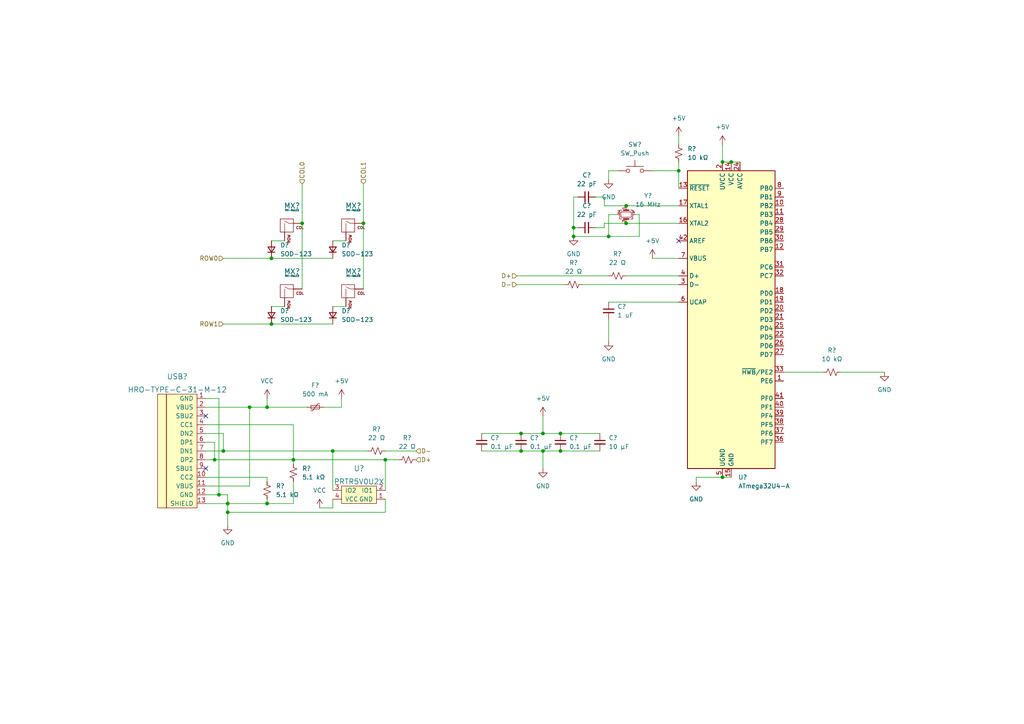
<source format=kicad_sch>
(kicad_sch (version 20211123) (generator eeschema)
  (paper "A4")
  (lib_symbols
    (symbol "Device:C_Small" (pin_numbers hide) (pin_names (offset 0.254) hide)
      (property "Reference" "C" (at 0.254 1.778 0))
      (property "Value" "C_Small" (at 0.254 -2.032 0))
      (symbol "C_Small_0_1"
        (polyline (pts (xy -1.524 -0.508) (xy 1.524 -0.508)) (stroke (width 0.3302)))
        (polyline (pts (xy -1.524 0.508) (xy 1.524 0.508)) (stroke (width 0.3048)))
      )
      (symbol "C_Small_1_1"
        (pin passive line (at 0 2.54 270) (length 2.032) (name "~") (number "1"))
        (pin passive line (at 0 -2.54 90) (length 2.032) (name "~") (number "2"))
      )
    )
    (symbol "Device:Crystal_GND24_Small" (pin_names (offset 1.016) hide)
      (property "Reference" "Y" (at 1.27 4.445 0))
      (property "Value" "Crystal_GND24_Small" (at 1.27 2.54 0))
      (symbol "Crystal_GND24_Small_0_1"
        (rectangle (start -0.762 -1.524) (end 0.762 1.524))
        (polyline (pts (xy -1.27 -0.762) (xy -1.27 0.762)) (stroke (width 0.381)))
        (polyline (pts (xy 1.27 -0.762) (xy 1.27 0.762)) (stroke (width 0.381)))
        (polyline (pts (xy -1.27 -1.27) (xy -1.27 -1.905) (xy 1.27 -1.905) (xy 1.27 -1.27)))
        (polyline (pts (xy -1.27 1.27) (xy -1.27 1.905) (xy 1.27 1.905) (xy 1.27 1.27)))
      )
      (symbol "Crystal_GND24_Small_1_1"
        (pin passive line (at -2.54 0 0) (length 1.27) (name "1") (number "1"))
        (pin passive line (at 0 -2.54 90) (length 0.635) (name "2") (number "2"))
        (pin passive line (at 2.54 0 180) (length 1.27) (name "3") (number "3"))
        (pin passive line (at 0 2.54 270) (length 0.635) (name "4") (number "4"))
      )
    )
    (symbol "Device:D_Small" (pin_numbers hide) (pin_names (offset 0.254) hide)
      (property "Reference" "D" (at -1.27 2.032 0))
      (property "Value" "D_Small" (at -3.81 -2.032 0))
      (symbol "D_Small_0_1"
        (polyline (pts (xy -0.762 -1.016) (xy -0.762 1.016)) (stroke (width 0.254)))
        (polyline (pts (xy -0.762 0) (xy 0.762 0)))
        (polyline (pts (xy 0.762 -1.016) (xy -0.762 0) (xy 0.762 1.016) (xy 0.762 -1.016)) (stroke (width 0.254)))
      )
      (symbol "D_Small_1_1"
        (pin passive line (at -2.54 0 0) (length 1.778) (name "K") (number "1"))
        (pin passive line (at 2.54 0 180) (length 1.778) (name "A") (number "2"))
      )
    )
    (symbol "Device:Polyfuse_Small" (pin_numbers hide) (pin_names (offset 0))
      (property "Reference" "F" (at -1.905 0 90))
      (property "Value" "Polyfuse_Small" (at 1.905 0 90))
      (symbol "Polyfuse_Small_0_1"
        (rectangle (start -0.508 1.27) (end 0.508 -1.27))
        (polyline (pts (xy 0 2.54) (xy 0 -2.54)))
        (polyline (pts (xy -1.016 1.27) (xy -1.016 0.762) (xy 1.016 -0.762) (xy 1.016 -1.27)))
      )
      (symbol "Polyfuse_Small_1_1"
        (pin passive line (at 0 2.54 270) (length 0.635) (name "~") (number "1"))
        (pin passive line (at 0 -2.54 90) (length 0.635) (name "~") (number "2"))
      )
    )
    (symbol "Device:R_Small_US" (pin_numbers hide) (pin_names (offset 0.254) hide)
      (property "Reference" "R" (at 0.762 0.508 0))
      (property "Value" "R_Small_US" (at 0.762 -1.016 0))
      (symbol "R_Small_US_1_1"
        (polyline (pts (xy 0 0) (xy 1.016 -0.381) (xy 0 -0.762) (xy -1.016 -1.143) (xy 0 -1.524)))
        (polyline (pts (xy 0 1.524) (xy 1.016 1.143) (xy 0 0.762) (xy -1.016 0.381) (xy 0 0)))
        (pin passive line (at 0 2.54 270) (length 1.016) (name "~") (number "1"))
        (pin passive line (at 0 -2.54 90) (length 1.016) (name "~") (number "2"))
      )
    )
    (symbol "MCU_Microchip_ATmega:ATmega32U4-A"
      (property "Reference" "U" (at -12.7 44.45 0))
      (property "Value" "ATmega32U4-A" (at 2.54 -44.45 0))
      (symbol "ATmega32U4-A_0_1"
        (rectangle (start -12.7 -43.18) (end 12.7 43.18) (stroke (width 0.254)) (fill (type background)))
      )
      (symbol "ATmega32U4-A_1_1"
        (pin bidirectional line (at 15.24 -17.78 180) (length 2.54) (name "PE6") (number "1"))
        (pin bidirectional line (at 15.24 33.02 180) (length 2.54) (name "PB2") (number "10"))
        (pin bidirectional line (at 15.24 30.48 180) (length 2.54) (name "PB3") (number "11"))
        (pin bidirectional line (at 15.24 20.32 180) (length 2.54) (name "PB7") (number "12"))
        (pin input line (at -15.24 38.1 0) (length 2.54) (name "~{RESET}") (number "13"))
        (pin power_in line (at 0 45.72 270) (length 2.54) (name "VCC") (number "14"))
        (pin power_in line (at 0 -45.72 90) (length 2.54) (name "GND") (number "15"))
        (pin output line (at -15.24 27.94 0) (length 2.54) (name "XTAL2") (number "16"))
        (pin input line (at -15.24 33.02 0) (length 2.54) (name "XTAL1") (number "17"))
        (pin bidirectional line (at 15.24 7.62 180) (length 2.54) (name "PD0") (number "18"))
        (pin bidirectional line (at 15.24 5.08 180) (length 2.54) (name "PD1") (number "19"))
        (pin power_in line (at -2.54 45.72 270) (length 2.54) (name "UVCC") (number "2"))
        (pin bidirectional line (at 15.24 2.54 180) (length 2.54) (name "PD2") (number "20"))
        (pin bidirectional line (at 15.24 0 180) (length 2.54) (name "PD3") (number "21"))
        (pin bidirectional line (at 15.24 -5.08 180) (length 2.54) (name "PD5") (number "22"))
        (pin passive line (at 0 -45.72 90) (length 2.54) hide (name "GND") (number "23"))
        (pin power_in line (at 2.54 45.72 270) (length 2.54) (name "AVCC") (number "24"))
        (pin bidirectional line (at 15.24 -2.54 180) (length 2.54) (name "PD4") (number "25"))
        (pin bidirectional line (at 15.24 -7.62 180) (length 2.54) (name "PD6") (number "26"))
        (pin bidirectional line (at 15.24 -10.16 180) (length 2.54) (name "PD7") (number "27"))
        (pin bidirectional line (at 15.24 27.94 180) (length 2.54) (name "PB4") (number "28"))
        (pin bidirectional line (at 15.24 25.4 180) (length 2.54) (name "PB5") (number "29"))
        (pin bidirectional line (at -15.24 10.16 0) (length 2.54) (name "D-") (number "3"))
        (pin bidirectional line (at 15.24 22.86 180) (length 2.54) (name "PB6") (number "30"))
        (pin bidirectional line (at 15.24 15.24 180) (length 2.54) (name "PC6") (number "31"))
        (pin bidirectional line (at 15.24 12.7 180) (length 2.54) (name "PC7") (number "32"))
        (pin bidirectional line (at 15.24 -15.24 180) (length 2.54) (name "~{HWB}/PE2") (number "33"))
        (pin passive line (at 0 45.72 270) (length 2.54) hide (name "VCC") (number "34"))
        (pin passive line (at 0 -45.72 90) (length 2.54) hide (name "GND") (number "35"))
        (pin bidirectional line (at 15.24 -35.56 180) (length 2.54) (name "PF7") (number "36"))
        (pin bidirectional line (at 15.24 -33.02 180) (length 2.54) (name "PF6") (number "37"))
        (pin bidirectional line (at 15.24 -30.48 180) (length 2.54) (name "PF5") (number "38"))
        (pin bidirectional line (at 15.24 -27.94 180) (length 2.54) (name "PF4") (number "39"))
        (pin bidirectional line (at -15.24 12.7 0) (length 2.54) (name "D+") (number "4"))
        (pin bidirectional line (at 15.24 -25.4 180) (length 2.54) (name "PF1") (number "40"))
        (pin bidirectional line (at 15.24 -22.86 180) (length 2.54) (name "PF0") (number "41"))
        (pin passive line (at -15.24 22.86 0) (length 2.54) (name "AREF") (number "42"))
        (pin passive line (at 0 -45.72 90) (length 2.54) hide (name "GND") (number "43"))
        (pin passive line (at 2.54 45.72 270) (length 2.54) hide (name "AVCC") (number "44"))
        (pin passive line (at -2.54 -45.72 90) (length 2.54) (name "UGND") (number "5"))
        (pin passive line (at -15.24 5.08 0) (length 2.54) (name "UCAP") (number "6"))
        (pin input line (at -15.24 17.78 0) (length 2.54) (name "VBUS") (number "7"))
        (pin bidirectional line (at 15.24 38.1 180) (length 2.54) (name "PB0") (number "8"))
        (pin bidirectional line (at 15.24 35.56 180) (length 2.54) (name "PB1") (number "9"))
      )
    )
    (symbol "MX_Alps_Hybrid:MX-NoLED" (pin_names (offset 1.016))
      (property "Reference" "MX" (at -0.635 3.81 0))
      (property "Value" "MX-NoLED" (at -0.635 1.27 0))
      (symbol "MX-NoLED_0_0"
        (rectangle (start -2.54 2.54) (end 1.27 -1.27))
        (polyline (pts (xy -1.27 -1.27) (xy -1.27 1.27)) (stroke (width 0.127)))
        (polyline (pts (xy 1.27 1.27) (xy 0 1.27) (xy -1.27 1.905)) (stroke (width 0.127)))
        (text "COL" (at 3.175 0 0) (effects (font (size 0.762 0.762))))
        (text "ROW" (at 0 -1.905 900) (effects (font (size 0.762 0.762)) (justify right)))
      )
      (symbol "MX-NoLED_1_1"
        (pin passive line (at 3.81 1.27 180) (length 2.54) (name "COL") (number "1"))
        (pin passive line (at -1.27 -3.81 90) (length 2.54) (name "ROW") (number "2"))
      )
    )
    (symbol "Switch:SW_Push" (pin_numbers hide) (pin_names (offset 1.016) hide)
      (property "Reference" "SW" (at 1.27 2.54 0))
      (property "Value" "SW_Push" (at 0 -1.524 0))
      (symbol "SW_Push_0_1"
        (circle (center -2.032 0) (radius 0.508))
        (polyline (pts (xy 0 1.27) (xy 0 3.048)))
        (polyline (pts (xy 2.54 1.27) (xy -2.54 1.27)))
        (circle (center 2.032 0) (radius 0.508))
        (pin passive line (at -5.08 0 0) (length 2.54) (name "1") (number "1"))
        (pin passive line (at 5.08 0 180) (length 2.54) (name "2") (number "2"))
      )
    )
    (symbol "Type-C:HRO-TYPE-C-31-M-12" (pin_names (offset 1.016))
      (property "Reference" "USB" (at -5.08 16.51 0))
      (property "Value" "HRO-TYPE-C-31-M-12" (at -10.16 -1.27 90))
      (symbol "HRO-TYPE-C-31-M-12_0_1"
        (rectangle (start -11.43 15.24) (end -8.89 -17.78) (fill (type background)))
        (rectangle (start 0 -17.78) (end -8.89 15.24) (fill (type background)))
      )
      (symbol "HRO-TYPE-C-31-M-12_1_1"
        (pin input line (at 2.54 13.97 180) (length 2.54) (name "GND") (number "1"))
        (pin input line (at 2.54 -8.89 180) (length 2.54) (name "CC2") (number "10"))
        (pin input line (at 2.54 -11.43 180) (length 2.54) (name "VBUS") (number "11"))
        (pin input line (at 2.54 -13.97 180) (length 2.54) (name "GND") (number "12"))
        (pin input line (at 2.54 -16.51 180) (length 2.54) (name "SHIELD") (number "13"))
        (pin input line (at 2.54 11.43 180) (length 2.54) (name "VBUS") (number "2"))
        (pin input line (at 2.54 8.89 180) (length 2.54) (name "SBU2") (number "3"))
        (pin input line (at 2.54 6.35 180) (length 2.54) (name "CC1") (number "4"))
        (pin input line (at 2.54 3.81 180) (length 2.54) (name "DN2") (number "5"))
        (pin input line (at 2.54 1.27 180) (length 2.54) (name "DP1") (number "6"))
        (pin input line (at 2.54 -1.27 180) (length 2.54) (name "DN1") (number "7"))
        (pin input line (at 2.54 -3.81 180) (length 2.54) (name "DP2") (number "8"))
        (pin input line (at 2.54 -6.35 180) (length 2.54) (name "SBU1") (number "9"))
      )
    )
    (symbol "power:+5V" (power) (pin_names (offset 0))
      (property "Value" "+5V" (at 0 3.556 0))
      (symbol "+5V_0_1"
        (polyline (pts (xy -0.762 1.27) (xy 0 2.54)))
        (polyline (pts (xy 0 0) (xy 0 2.54)))
        (polyline (pts (xy 0 2.54) (xy 0.762 1.27)))
      )
      (symbol "+5V_1_1"
        (pin power_in line (at 0 0 90) (length 0) hide (name "+5V") (number "1"))
      )
    )
    (symbol "power:GND" (power) (pin_names (offset 0))
      (property "Value" "GND" (at 0 -3.81 0))
      (symbol "GND_0_1"
        (polyline (pts (xy 0 0) (xy 0 -1.27) (xy 1.27 -1.27) (xy 0 -2.54) (xy -1.27 -1.27) (xy 0 -1.27)))
      )
      (symbol "GND_1_1"
        (pin power_in line (at 0 0 270) (length 0) hide (name "GND") (number "1"))
      )
    )
    (symbol "power:VCC" (power) (pin_names (offset 0))
      (property "Value" "VCC" (at 0 3.81 0))
      (symbol "VCC_0_1"
        (polyline (pts (xy -0.762 1.27) (xy 0 2.54)))
        (polyline (pts (xy 0 0) (xy 0 2.54)))
        (polyline (pts (xy 0 2.54) (xy 0.762 1.27)))
      )
      (symbol "VCC_1_1"
        (pin power_in line (at 0 0 90) (length 0) hide (name "VCC") (number "1"))
      )
    )
    (symbol "random-keyboard-parts:PRTR5V0U2X" (pin_names (offset 1.016))
      (property "Reference" "U" (at 0 3.81 0))
      (property "Value" "PRTR5V0U2X" (at 0 -3.81 0))
      (symbol "PRTR5V0U2X_0_1"
        (rectangle (start -5.08 2.54) (end 5.08 -2.54) (fill (type background)))
      )
      (symbol "PRTR5V0U2X_1_1"
        (pin input line (at -7.62 1.27 0) (length 2.54) (name "GND") (number "1"))
        (pin input line (at -7.62 -1.27 0) (length 2.54) (name "IO1") (number "2"))
        (pin input line (at 7.62 -1.27 180) (length 2.54) (name "IO2") (number "3"))
        (pin input line (at 7.62 1.27 180) (length 2.54) (name "VCC") (number "4"))
      )
    )
  )
  (junction (at 181.61 59.69))
  (junction (at 157.48 130.81))
  (junction (at 62.23 133.35))
  (junction (at 162.56 130.81))
  (junction (at 78.74 74.93))
  (junction (at 85.09 133.35))
  (junction (at 78.74 93.98))
  (junction (at 64.77 130.81))
  (junction (at 111.76 133.35))
  (junction (at 151.13 125.73))
  (junction (at 166.37 66.04))
  (junction (at 77.47 118.11))
  (junction (at 66.04 146.05))
  (junction (at 96.52 130.81))
  (junction (at 66.04 148.59))
  (junction (at 157.48 125.73))
  (junction (at 77.47 146.05))
  (junction (at 63.5 143.51))
  (junction (at 72.39 118.11))
  (junction (at 151.13 130.81))
  (junction (at 166.37 68.58))
  (junction (at 87.63 64.77))
  (junction (at 212.09 46.99))
  (junction (at 209.55 46.99))
  (junction (at 176.53 68.58))
  (junction (at 209.55 138.43))
  (junction (at 105.41 64.77))
  (junction (at 181.61 64.77))
  (junction (at 162.56 125.73))
  (junction (at 196.85 49.53))
  (no_connect (at 59.69 120.65))
  (no_connect (at 59.69 135.89))
  (no_connect (at 196.85 69.85))
  (wire (pts (xy 149.86 82.55) (xy 163.83 82.55)))
  (wire (pts (xy 62.23 128.27) (xy 62.23 133.35)))
  (wire (pts (xy 196.85 46.99) (xy 196.85 49.53)))
  (wire (pts (xy 78.74 88.9) (xy 82.55 88.9)))
  (wire (pts (xy 59.69 130.81) (xy 64.77 130.81)))
  (wire (pts (xy 96.52 130.81) (xy 64.77 130.81)))
  (wire (pts (xy 64.77 125.73) (xy 64.77 130.81)))
  (wire (pts (xy 168.91 82.55) (xy 196.85 82.55)))
  (wire (pts (xy 176.53 87.63) (xy 196.85 87.63)))
  (wire (pts (xy 181.61 59.69) (xy 196.85 59.69)))
  (wire (pts (xy 111.76 133.35) (xy 115.57 133.35)))
  (wire (pts (xy 96.52 88.9) (xy 100.33 88.9)))
  (wire (pts (xy 92.71 147.32) (xy 96.52 147.32)))
  (wire (pts (xy 96.52 130.81) (xy 96.52 142.24)))
  (wire (pts (xy 181.61 80.01) (xy 196.85 80.01)))
  (wire (pts (xy 139.7 125.73) (xy 151.13 125.73)))
  (wire (pts (xy 111.76 130.81) (xy 120.65 130.81)))
  (wire (pts (xy 77.47 146.05) (xy 66.04 146.05)))
  (wire (pts (xy 77.47 115.57) (xy 77.47 118.11)))
  (wire (pts (xy 59.69 125.73) (xy 64.77 125.73)))
  (wire (pts (xy 62.23 133.35) (xy 85.09 133.35)))
  (wire (pts (xy 85.09 146.05) (xy 77.47 146.05)))
  (wire (pts (xy 63.5 115.57) (xy 63.5 143.51)))
  (wire (pts (xy 166.37 57.15) (xy 167.64 57.15)))
  (wire (pts (xy 157.48 130.81) (xy 162.56 130.81)))
  (wire (pts (xy 162.56 130.81) (xy 173.99 130.81)))
  (wire (pts (xy 85.09 123.19) (xy 85.09 133.35)))
  (wire (pts (xy 166.37 66.04) (xy 166.37 68.58)))
  (wire (pts (xy 87.63 53.34) (xy 87.63 64.77)))
  (wire (pts (xy 87.63 64.77) (xy 87.63 83.82)))
  (wire (pts (xy 209.55 41.91) (xy 209.55 46.99)))
  (wire (pts (xy 176.53 68.58) (xy 166.37 68.58)))
  (wire (pts (xy 139.7 130.81) (xy 151.13 130.81)))
  (wire (pts (xy 59.69 123.19) (xy 85.09 123.19)))
  (wire (pts (xy 209.55 138.43) (xy 212.09 138.43)))
  (wire (pts (xy 59.69 140.97) (xy 72.39 140.97)))
  (wire (pts (xy 66.04 148.59) (xy 66.04 152.4)))
  (wire (pts (xy 196.85 39.37) (xy 196.85 41.91)))
  (wire (pts (xy 181.61 64.77) (xy 196.85 64.77)))
  (wire (pts (xy 93.98 118.11) (xy 99.06 118.11)))
  (wire (pts (xy 175.26 57.15) (xy 175.26 59.69)))
  (wire (pts (xy 105.41 64.77) (xy 105.41 83.82)))
  (wire (pts (xy 85.09 133.35) (xy 111.76 133.35)))
  (wire (pts (xy 151.13 130.81) (xy 157.48 130.81)))
  (wire (pts (xy 201.93 138.43) (xy 201.93 139.7)))
  (wire (pts (xy 189.23 49.53) (xy 196.85 49.53)))
  (wire (pts (xy 96.52 147.32) (xy 96.52 144.78)))
  (wire (pts (xy 77.47 144.78) (xy 77.47 146.05)))
  (wire (pts (xy 184.15 62.23) (xy 185.42 62.23)))
  (wire (pts (xy 157.48 130.81) (xy 157.48 135.89)))
  (wire (pts (xy 106.68 130.81) (xy 96.52 130.81)))
  (wire (pts (xy 175.26 64.77) (xy 175.26 66.04)))
  (wire (pts (xy 96.52 69.85) (xy 100.33 69.85)))
  (wire (pts (xy 172.72 57.15) (xy 175.26 57.15)))
  (wire (pts (xy 59.69 138.43) (xy 77.47 138.43)))
  (wire (pts (xy 176.53 49.53) (xy 179.07 49.53)))
  (wire (pts (xy 63.5 143.51) (xy 66.04 143.51)))
  (wire (pts (xy 243.84 107.95) (xy 256.54 107.95)))
  (wire (pts (xy 59.69 143.51) (xy 63.5 143.51)))
  (wire (pts (xy 99.06 115.57) (xy 99.06 118.11)))
  (wire (pts (xy 59.69 146.05) (xy 66.04 146.05)))
  (wire (pts (xy 176.53 62.23) (xy 176.53 68.58)))
  (wire (pts (xy 209.55 46.99) (xy 212.09 46.99)))
  (wire (pts (xy 181.61 64.77) (xy 175.26 64.77)))
  (wire (pts (xy 59.69 128.27) (xy 62.23 128.27)))
  (wire (pts (xy 85.09 139.7) (xy 85.09 146.05)))
  (wire (pts (xy 64.77 93.98) (xy 78.74 93.98)))
  (wire (pts (xy 189.23 74.93) (xy 196.85 74.93)))
  (wire (pts (xy 59.69 118.11) (xy 72.39 118.11)))
  (wire (pts (xy 157.48 125.73) (xy 162.56 125.73)))
  (wire (pts (xy 227.33 107.95) (xy 238.76 107.95)))
  (wire (pts (xy 59.69 115.57) (xy 63.5 115.57)))
  (wire (pts (xy 176.53 92.71) (xy 176.53 99.06)))
  (wire (pts (xy 149.86 80.01) (xy 176.53 80.01)))
  (wire (pts (xy 201.93 138.43) (xy 209.55 138.43)))
  (wire (pts (xy 66.04 143.51) (xy 66.04 146.05)))
  (wire (pts (xy 105.41 53.34) (xy 105.41 64.77)))
  (wire (pts (xy 77.47 138.43) (xy 77.47 139.7)))
  (wire (pts (xy 78.74 93.98) (xy 96.52 93.98)))
  (wire (pts (xy 72.39 140.97) (xy 72.39 118.11)))
  (wire (pts (xy 111.76 148.59) (xy 66.04 148.59)))
  (wire (pts (xy 185.42 62.23) (xy 185.42 68.58)))
  (wire (pts (xy 151.13 125.73) (xy 157.48 125.73)))
  (wire (pts (xy 85.09 134.62) (xy 85.09 133.35)))
  (wire (pts (xy 111.76 144.78) (xy 111.76 148.59)))
  (wire (pts (xy 77.47 118.11) (xy 88.9 118.11)))
  (wire (pts (xy 196.85 49.53) (xy 196.85 54.61)))
  (wire (pts (xy 78.74 74.93) (xy 96.52 74.93)))
  (wire (pts (xy 72.39 118.11) (xy 77.47 118.11)))
  (wire (pts (xy 111.76 133.35) (xy 111.76 142.24)))
  (wire (pts (xy 162.56 125.73) (xy 173.99 125.73)))
  (wire (pts (xy 166.37 66.04) (xy 166.37 57.15)))
  (wire (pts (xy 157.48 120.65) (xy 157.48 125.73)))
  (wire (pts (xy 179.07 62.23) (xy 176.53 62.23)))
  (wire (pts (xy 175.26 59.69) (xy 181.61 59.69)))
  (wire (pts (xy 212.09 46.99) (xy 214.63 46.99)))
  (wire (pts (xy 64.77 74.93) (xy 78.74 74.93)))
  (wire (pts (xy 172.72 66.04) (xy 175.26 66.04)))
  (wire (pts (xy 176.53 68.58) (xy 185.42 68.58)))
  (wire (pts (xy 166.37 66.04) (xy 167.64 66.04)))
  (wire (pts (xy 59.69 133.35) (xy 62.23 133.35)))
  (wire (pts (xy 176.53 52.07) (xy 176.53 49.53)))
  (wire (pts (xy 78.74 69.85) (xy 82.55 69.85)))
  (wire (pts (xy 66.04 146.05) (xy 66.04 148.59)))
  (hierarchical_label "D-" (shape input) (at 120.65 130.81 0))
  (hierarchical_label "D+" (shape input) (at 149.86 80.01 180))
  (hierarchical_label "ROW1" (shape input) (at 64.77 93.98 180))
  (hierarchical_label "ROW0" (shape input) (at 64.77 74.93 180))
  (hierarchical_label "D-" (shape input) (at 149.86 82.55 180))
  (hierarchical_label "COL0" (shape input) (at 87.63 53.34 90))
  (hierarchical_label "COL1" (shape input) (at 105.41 53.34 90))
  (hierarchical_label "D+" (shape input) (at 120.65 133.35 0))
  (symbol (lib_id "Device:C_Small") (at 170.18 57.15 90) (unit 1)
    (property "Reference" "C?" (at 170.1863 50.8 90))
    (property "Value" "22 pF" (at 170.1863 53.34 90))
  )
  (symbol (lib_id "Device:R_Small_US") (at 109.22 130.81 90) (unit 1)
    (property "Reference" "R?" (at 109.22 124.46 90))
    (property "Value" "22 Ω" (at 109.22 127 90))
  )
  (symbol (lib_id "MX_Alps_Hybrid:MX-NoLED") (at 101.6 85.09 0) (unit 1)
    (property "Reference" "MX?" (at 102.4856 78.74 0) (effects (font (size 1.524 1.524))))
    (property "Value" "MX-NoLED" (at 102.4856 80.01 0) (effects (font (size 0.508 0.508))))
  )
  (symbol (lib_id "Device:R_Small_US") (at 77.47 142.24 0) (unit 1)
    (property "Reference" "R?" (at 80.01 140.9699 0) (effects (justify left)))
    (property "Value" "5.1 kΩ" (at 80.01 143.5099 0) (effects (justify left)))
  )
  (symbol (lib_id "Device:C_Small") (at 170.18 66.04 90) (unit 1)
    (property "Reference" "C?" (at 170.1863 59.69 90))
    (property "Value" "22 pF" (at 170.1863 62.23 90))
  )
  (symbol (lib_id "power:VCC") (at 77.47 115.57 0) (unit 1)
    (property "Reference" "#PWR?" (effects hide))
    (property "Value" "VCC" (at 77.47 110.49 0))
  )
  (symbol (lib_id "Type-C:HRO-TYPE-C-31-M-12") (at 57.15 129.54 0) (unit 1)
    (property "Reference" "USB?" (at 51.435 109.22 0) (effects (font (size 1.524 1.524))))
    (property "Value" "HRO-TYPE-C-31-M-12" (at 51.435 113.03 0) (effects (font (size 1.524 1.524))))
  )
  (symbol (lib_id "Device:C_Small") (at 176.53 90.17 0) (unit 1)
    (property "Reference" "C?" (at 179.07 88.9062 0) (effects (justify left)))
    (property "Value" "1 uF" (at 179.07 91.4462 0) (effects (justify left)))
  )
  (symbol (lib_id "power:+5V") (at 209.55 41.91 0) (unit 1)
    (property "Reference" "#PWR?" (effects hide))
    (property "Value" "+5V" (at 209.55 36.83 0))
  )
  (symbol (lib_id "Device:D_Small") (at 96.52 91.44 90) (unit 1)
    (property "Reference" "D?" (at 99.06 90.1699 90) (effects (justify right)))
    (property "Value" "SOD-123" (at 99.06 92.7099 90) (effects (justify right)))
  )
  (symbol (lib_id "Device:R_Small_US") (at 85.09 137.16 0) (unit 1)
    (property "Reference" "R?" (at 87.63 135.8899 0) (effects (justify left)))
    (property "Value" "5.1 kΩ" (at 87.63 138.4299 0) (effects (justify left)))
  )
  (symbol (lib_id "power:GND") (at 201.93 139.7 0) (unit 1)
    (property "Reference" "#PWR?" (effects hide))
    (property "Value" "GND" (at 201.93 144.78 0))
  )
  (symbol (lib_id "Device:D_Small") (at 78.74 72.39 90) (unit 1)
    (property "Reference" "D?" (at 81.28 71.1199 90) (effects (justify right)))
    (property "Value" "SOD-123" (at 81.28 73.6599 90) (effects (justify right)))
  )
  (symbol (lib_id "power:GND") (at 157.48 135.89 0) (unit 1)
    (property "Reference" "#PWR?" (effects hide))
    (property "Value" "GND" (at 157.48 140.97 0))
  )
  (symbol (lib_id "Switch:SW_Push") (at 184.15 49.53 0) (unit 1)
    (property "Reference" "SW?" (at 184.15 41.91 0))
    (property "Value" "SW_Push" (at 184.15 44.45 0))
  )
  (symbol (lib_id "power:+5V") (at 196.85 39.37 0) (unit 1)
    (property "Reference" "#PWR?" (effects hide))
    (property "Value" "+5V" (at 196.85 34.29 0))
  )
  (symbol (lib_id "power:GND") (at 176.53 52.07 0) (unit 1)
    (property "Reference" "#PWR?" (effects hide))
    (property "Value" "GND" (at 176.53 57.15 0))
  )
  (symbol (lib_id "power:+5V") (at 189.23 74.93 0) (unit 1)
    (property "Reference" "#PWR?" (effects hide))
    (property "Value" "+5V" (at 189.23 69.85 0))
  )
  (symbol (lib_id "power:+5V") (at 99.06 115.57 0) (unit 1)
    (property "Reference" "#PWR?" (effects hide))
    (property "Value" "+5V" (at 99.06 110.49 0))
  )
  (symbol (lib_id "random-keyboard-parts:PRTR5V0U2X") (at 104.14 143.51 180) (unit 1)
    (property "Reference" "U?" (at 104.14 135.89 0) (effects (font (size 1.524 1.524))))
    (property "Value" "PRTR5V0U2X" (at 104.14 139.7 0) (effects (font (size 1.524 1.524))))
  )
  (symbol (lib_id "power:GND") (at 66.04 152.4 0) (unit 1)
    (property "Reference" "#PWR?" (effects hide))
    (property "Value" "GND" (at 66.04 157.48 0))
  )
  (symbol (lib_id "power:VCC") (at 92.71 147.32 0) (unit 1)
    (property "Reference" "#PWR?" (effects hide))
    (property "Value" "VCC" (at 92.71 142.24 0))
  )
  (symbol (lib_id "power:GND") (at 176.53 99.06 0) (unit 1)
    (property "Reference" "#PWR?" (effects hide))
    (property "Value" "GND" (at 176.53 104.14 0))
  )
  (symbol (lib_id "power:GND") (at 166.37 68.58 0) (unit 1)
    (property "Reference" "#PWR?" (effects hide))
    (property "Value" "GND" (at 166.37 73.66 0))
  )
  (symbol (lib_id "power:GND") (at 256.54 107.95 0) (unit 1)
    (property "Reference" "#PWR?" (effects hide))
    (property "Value" "GND" (at 256.54 113.03 0))
  )
  (symbol (lib_id "Device:R_Small_US") (at 118.11 133.35 270) (unit 1)
    (property "Reference" "R?" (at 118.11 127 90))
    (property "Value" "22 Ω" (at 118.11 129.54 90))
  )
  (symbol (lib_id "Device:R_Small_US") (at 196.85 44.45 0) (unit 1)
    (property "Reference" "R?" (at 199.39 43.1799 0) (effects (justify left)))
    (property "Value" "10 kΩ" (at 199.39 45.7199 0) (effects (justify left)))
  )
  (symbol (lib_id "Device:C_Small") (at 151.13 128.27 0) (unit 1)
    (property "Reference" "C?" (at 153.67 127.0062 0) (effects (justify left)))
    (property "Value" "0.1 μF" (at 153.67 129.5462 0) (effects (justify left)))
  )
  (symbol (lib_id "MX_Alps_Hybrid:MX-NoLED") (at 83.82 85.09 0) (unit 1)
    (property "Reference" "MX?" (at 84.7056 78.74 0) (effects (font (size 1.524 1.524))))
    (property "Value" "MX-NoLED" (at 84.7056 80.01 0) (effects (font (size 0.508 0.508))))
  )
  (symbol (lib_id "MX_Alps_Hybrid:MX-NoLED") (at 101.6 66.04 0) (unit 1)
    (property "Reference" "MX?" (at 102.4856 59.69 0) (effects (font (size 1.524 1.524))))
    (property "Value" "MX-NoLED" (at 102.4856 60.96 0) (effects (font (size 0.508 0.508))))
  )
  (symbol (lib_id "Device:Polyfuse_Small") (at 91.44 118.11 90) (unit 1)
    (property "Reference" "F?" (at 91.44 111.76 90))
    (property "Value" "500 mA" (at 91.44 114.3 90))
  )
  (symbol (lib_id "Device:D_Small") (at 78.74 91.44 90) (unit 1)
    (property "Reference" "D?" (at 81.28 90.1699 90) (effects (justify right)))
    (property "Value" "SOD-123" (at 81.28 92.7099 90) (effects (justify right)))
  )
  (symbol (lib_id "Device:C_Small") (at 173.99 128.27 0) (unit 1)
    (property "Reference" "C?" (at 176.53 127.0062 0) (effects (justify left)))
    (property "Value" "10 μF" (at 176.53 129.5462 0) (effects (justify left)))
  )
  (symbol (lib_id "Device:C_Small") (at 139.7 128.27 0) (unit 1)
    (property "Reference" "C?" (at 142.24 127.0062 0) (effects (justify left)))
    (property "Value" "0.1 μF" (at 142.24 129.5462 0) (effects (justify left)))
  )
  (symbol (lib_id "Device:R_Small_US") (at 179.07 80.01 270) (unit 1)
    (property "Reference" "R?" (at 179.07 73.66 90))
    (property "Value" "22 Ω" (at 179.07 76.2 90))
  )
  (symbol (lib_id "MX_Alps_Hybrid:MX-NoLED") (at 83.82 66.04 0) (unit 1)
    (property "Reference" "MX?" (at 84.7056 59.69 0) (effects (font (size 1.524 1.524))))
    (property "Value" "MX-NoLED" (at 84.7056 60.96 0) (effects (font (size 0.508 0.508))))
  )
  (symbol (lib_id "power:+5V") (at 157.48 120.65 0) (unit 1)
    (property "Reference" "#PWR?" (effects hide))
    (property "Value" "+5V" (at 157.48 115.57 0))
  )
  (symbol (lib_id "Device:Crystal_GND24_Small") (at 181.61 62.23 270) (unit 1)
    (property "Reference" "Y?" (at 187.96 56.7688 90))
    (property "Value" "16 MHz" (at 187.96 59.3088 90))
  )
  (symbol (lib_id "Device:C_Small") (at 162.56 128.27 0) (unit 1)
    (property "Reference" "C?" (at 165.1 127.0062 0) (effects (justify left)))
    (property "Value" "0.1 μF" (at 165.1 129.5462 0) (effects (justify left)))
  )
  (symbol (lib_id "Device:R_Small_US") (at 241.3 107.95 90) (unit 1)
    (property "Reference" "R?" (at 241.3 101.6 90))
    (property "Value" "10 kΩ" (at 241.3 104.14 90))
  )
  (symbol (lib_id "MCU_Microchip_ATmega:ATmega32U4-A") (at 212.09 92.71 0) (unit 1)
    (property "Reference" "U?" (at 214.1094 138.43 0) (effects (justify left)))
    (property "Value" "ATmega32U4-A" (at 214.1094 140.97 0) (effects (justify left)))
    (property "Footprint" "Package_QFP:TQFP-44_10x10mm_P0.8mm" (effects hide))
    (property "Datasheet" "http://ww1.microchip.com/downloads/en/DeviceDoc/Atmel-7766-8-bit-AVR-ATmega16U4-32U4_Datasheet.pdf" (effects hide))
  )
  (symbol (lib_id "Device:R_Small_US") (at 166.37 82.55 90) (unit 1)
    (property "Reference" "R?" (at 166.37 76.2 90))
    (property "Value" "22 Ω" (at 166.37 78.74 90))
  )
  (symbol (lib_id "Device:D_Small") (at 96.52 72.39 90) (unit 1)
    (property "Reference" "D?" (at 99.06 71.1199 90) (effects (justify right)))
    (property "Value" "SOD-123" (at 99.06 73.6599 90) (effects (justify right)))
  )
)
</source>
